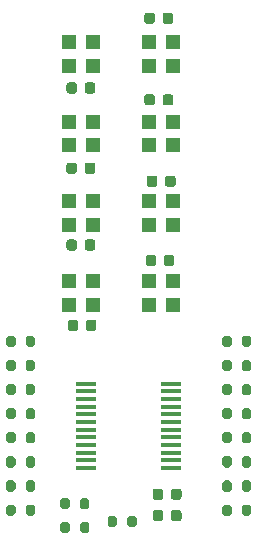
<source format=gtp>
%TF.GenerationSoftware,KiCad,Pcbnew,(5.1.12)-1*%
%TF.CreationDate,2022-08-18T12:28:12-07:00*%
%TF.ProjectId,HighPressureSensorArray,48696768-5072-4657-9373-75726553656e,rev?*%
%TF.SameCoordinates,Original*%
%TF.FileFunction,Paste,Top*%
%TF.FilePolarity,Positive*%
%FSLAX46Y46*%
G04 Gerber Fmt 4.6, Leading zero omitted, Abs format (unit mm)*
G04 Created by KiCad (PCBNEW (5.1.12)-1) date 2022-08-18 12:28:12*
%MOMM*%
%LPD*%
G01*
G04 APERTURE LIST*
%ADD10R,1.750000X0.450000*%
%ADD11R,1.300000X1.300000*%
G04 APERTURE END LIST*
G36*
G01*
X126325000Y-51550000D02*
X126325000Y-51050000D01*
G75*
G02*
X126550000Y-50825000I225000J0D01*
G01*
X127000000Y-50825000D01*
G75*
G02*
X127225000Y-51050000I0J-225000D01*
G01*
X127225000Y-51550000D01*
G75*
G02*
X127000000Y-51775000I-225000J0D01*
G01*
X126550000Y-51775000D01*
G75*
G02*
X126325000Y-51550000I0J225000D01*
G01*
G37*
G36*
G01*
X124775000Y-51550000D02*
X124775000Y-51050000D01*
G75*
G02*
X125000000Y-50825000I225000J0D01*
G01*
X125450000Y-50825000D01*
G75*
G02*
X125675000Y-51050000I0J-225000D01*
G01*
X125675000Y-51550000D01*
G75*
G02*
X125450000Y-51775000I-225000J0D01*
G01*
X125000000Y-51775000D01*
G75*
G02*
X124775000Y-51550000I0J225000D01*
G01*
G37*
G36*
G01*
X124775000Y-58350000D02*
X124775000Y-57850000D01*
G75*
G02*
X125000000Y-57625000I225000J0D01*
G01*
X125450000Y-57625000D01*
G75*
G02*
X125675000Y-57850000I0J-225000D01*
G01*
X125675000Y-58350000D01*
G75*
G02*
X125450000Y-58575000I-225000J0D01*
G01*
X125000000Y-58575000D01*
G75*
G02*
X124775000Y-58350000I0J225000D01*
G01*
G37*
G36*
G01*
X126325000Y-58350000D02*
X126325000Y-57850000D01*
G75*
G02*
X126550000Y-57625000I225000J0D01*
G01*
X127000000Y-57625000D01*
G75*
G02*
X127225000Y-57850000I0J-225000D01*
G01*
X127225000Y-58350000D01*
G75*
G02*
X127000000Y-58575000I-225000J0D01*
G01*
X126550000Y-58575000D01*
G75*
G02*
X126325000Y-58350000I0J225000D01*
G01*
G37*
G36*
G01*
X126325000Y-64850000D02*
X126325000Y-64350000D01*
G75*
G02*
X126550000Y-64125000I225000J0D01*
G01*
X127000000Y-64125000D01*
G75*
G02*
X127225000Y-64350000I0J-225000D01*
G01*
X127225000Y-64850000D01*
G75*
G02*
X127000000Y-65075000I-225000J0D01*
G01*
X126550000Y-65075000D01*
G75*
G02*
X126325000Y-64850000I0J225000D01*
G01*
G37*
G36*
G01*
X124775000Y-64850000D02*
X124775000Y-64350000D01*
G75*
G02*
X125000000Y-64125000I225000J0D01*
G01*
X125450000Y-64125000D01*
G75*
G02*
X125675000Y-64350000I0J-225000D01*
G01*
X125675000Y-64850000D01*
G75*
G02*
X125450000Y-65075000I-225000J0D01*
G01*
X125000000Y-65075000D01*
G75*
G02*
X124775000Y-64850000I0J225000D01*
G01*
G37*
G36*
G01*
X124875000Y-71650000D02*
X124875000Y-71150000D01*
G75*
G02*
X125100000Y-70925000I225000J0D01*
G01*
X125550000Y-70925000D01*
G75*
G02*
X125775000Y-71150000I0J-225000D01*
G01*
X125775000Y-71650000D01*
G75*
G02*
X125550000Y-71875000I-225000J0D01*
G01*
X125100000Y-71875000D01*
G75*
G02*
X124875000Y-71650000I0J225000D01*
G01*
G37*
G36*
G01*
X126425000Y-71650000D02*
X126425000Y-71150000D01*
G75*
G02*
X126650000Y-70925000I225000J0D01*
G01*
X127100000Y-70925000D01*
G75*
G02*
X127325000Y-71150000I0J-225000D01*
G01*
X127325000Y-71650000D01*
G75*
G02*
X127100000Y-71875000I-225000J0D01*
G01*
X126650000Y-71875000D01*
G75*
G02*
X126425000Y-71650000I0J225000D01*
G01*
G37*
G36*
G01*
X132275000Y-45150000D02*
X132275000Y-45650000D01*
G75*
G02*
X132050000Y-45875000I-225000J0D01*
G01*
X131600000Y-45875000D01*
G75*
G02*
X131375000Y-45650000I0J225000D01*
G01*
X131375000Y-45150000D01*
G75*
G02*
X131600000Y-44925000I225000J0D01*
G01*
X132050000Y-44925000D01*
G75*
G02*
X132275000Y-45150000I0J-225000D01*
G01*
G37*
G36*
G01*
X133825000Y-45150000D02*
X133825000Y-45650000D01*
G75*
G02*
X133600000Y-45875000I-225000J0D01*
G01*
X133150000Y-45875000D01*
G75*
G02*
X132925000Y-45650000I0J225000D01*
G01*
X132925000Y-45150000D01*
G75*
G02*
X133150000Y-44925000I225000J0D01*
G01*
X133600000Y-44925000D01*
G75*
G02*
X133825000Y-45150000I0J-225000D01*
G01*
G37*
G36*
G01*
X133825000Y-52050000D02*
X133825000Y-52550000D01*
G75*
G02*
X133600000Y-52775000I-225000J0D01*
G01*
X133150000Y-52775000D01*
G75*
G02*
X132925000Y-52550000I0J225000D01*
G01*
X132925000Y-52050000D01*
G75*
G02*
X133150000Y-51825000I225000J0D01*
G01*
X133600000Y-51825000D01*
G75*
G02*
X133825000Y-52050000I0J-225000D01*
G01*
G37*
G36*
G01*
X132275000Y-52050000D02*
X132275000Y-52550000D01*
G75*
G02*
X132050000Y-52775000I-225000J0D01*
G01*
X131600000Y-52775000D01*
G75*
G02*
X131375000Y-52550000I0J225000D01*
G01*
X131375000Y-52050000D01*
G75*
G02*
X131600000Y-51825000I225000J0D01*
G01*
X132050000Y-51825000D01*
G75*
G02*
X132275000Y-52050000I0J-225000D01*
G01*
G37*
G36*
G01*
X134025000Y-58950000D02*
X134025000Y-59450000D01*
G75*
G02*
X133800000Y-59675000I-225000J0D01*
G01*
X133350000Y-59675000D01*
G75*
G02*
X133125000Y-59450000I0J225000D01*
G01*
X133125000Y-58950000D01*
G75*
G02*
X133350000Y-58725000I225000J0D01*
G01*
X133800000Y-58725000D01*
G75*
G02*
X134025000Y-58950000I0J-225000D01*
G01*
G37*
G36*
G01*
X132475000Y-58950000D02*
X132475000Y-59450000D01*
G75*
G02*
X132250000Y-59675000I-225000J0D01*
G01*
X131800000Y-59675000D01*
G75*
G02*
X131575000Y-59450000I0J225000D01*
G01*
X131575000Y-58950000D01*
G75*
G02*
X131800000Y-58725000I225000J0D01*
G01*
X132250000Y-58725000D01*
G75*
G02*
X132475000Y-58950000I0J-225000D01*
G01*
G37*
G36*
G01*
X132375000Y-65650000D02*
X132375000Y-66150000D01*
G75*
G02*
X132150000Y-66375000I-225000J0D01*
G01*
X131700000Y-66375000D01*
G75*
G02*
X131475000Y-66150000I0J225000D01*
G01*
X131475000Y-65650000D01*
G75*
G02*
X131700000Y-65425000I225000J0D01*
G01*
X132150000Y-65425000D01*
G75*
G02*
X132375000Y-65650000I0J-225000D01*
G01*
G37*
G36*
G01*
X133925000Y-65650000D02*
X133925000Y-66150000D01*
G75*
G02*
X133700000Y-66375000I-225000J0D01*
G01*
X133250000Y-66375000D01*
G75*
G02*
X133025000Y-66150000I0J225000D01*
G01*
X133025000Y-65650000D01*
G75*
G02*
X133250000Y-65425000I225000J0D01*
G01*
X133700000Y-65425000D01*
G75*
G02*
X133925000Y-65650000I0J-225000D01*
G01*
G37*
G36*
G01*
X132075000Y-85950000D02*
X132075000Y-85450000D01*
G75*
G02*
X132300000Y-85225000I225000J0D01*
G01*
X132750000Y-85225000D01*
G75*
G02*
X132975000Y-85450000I0J-225000D01*
G01*
X132975000Y-85950000D01*
G75*
G02*
X132750000Y-86175000I-225000J0D01*
G01*
X132300000Y-86175000D01*
G75*
G02*
X132075000Y-85950000I0J225000D01*
G01*
G37*
G36*
G01*
X133625000Y-85950000D02*
X133625000Y-85450000D01*
G75*
G02*
X133850000Y-85225000I225000J0D01*
G01*
X134300000Y-85225000D01*
G75*
G02*
X134525000Y-85450000I0J-225000D01*
G01*
X134525000Y-85950000D01*
G75*
G02*
X134300000Y-86175000I-225000J0D01*
G01*
X133850000Y-86175000D01*
G75*
G02*
X133625000Y-85950000I0J225000D01*
G01*
G37*
G36*
G01*
X133625000Y-87750000D02*
X133625000Y-87250000D01*
G75*
G02*
X133850000Y-87025000I225000J0D01*
G01*
X134300000Y-87025000D01*
G75*
G02*
X134525000Y-87250000I0J-225000D01*
G01*
X134525000Y-87750000D01*
G75*
G02*
X134300000Y-87975000I-225000J0D01*
G01*
X133850000Y-87975000D01*
G75*
G02*
X133625000Y-87750000I0J225000D01*
G01*
G37*
G36*
G01*
X132075000Y-87750000D02*
X132075000Y-87250000D01*
G75*
G02*
X132300000Y-87025000I225000J0D01*
G01*
X132750000Y-87025000D01*
G75*
G02*
X132975000Y-87250000I0J-225000D01*
G01*
X132975000Y-87750000D01*
G75*
G02*
X132750000Y-87975000I-225000J0D01*
G01*
X132300000Y-87975000D01*
G75*
G02*
X132075000Y-87750000I0J225000D01*
G01*
G37*
G36*
G01*
X138775000Y-74522958D02*
X138775000Y-75072958D01*
G75*
G02*
X138575000Y-75272958I-200000J0D01*
G01*
X138175000Y-75272958D01*
G75*
G02*
X137975000Y-75072958I0J200000D01*
G01*
X137975000Y-74522958D01*
G75*
G02*
X138175000Y-74322958I200000J0D01*
G01*
X138575000Y-74322958D01*
G75*
G02*
X138775000Y-74522958I0J-200000D01*
G01*
G37*
G36*
G01*
X140425000Y-74522958D02*
X140425000Y-75072958D01*
G75*
G02*
X140225000Y-75272958I-200000J0D01*
G01*
X139825000Y-75272958D01*
G75*
G02*
X139625000Y-75072958I0J200000D01*
G01*
X139625000Y-74522958D01*
G75*
G02*
X139825000Y-74322958I200000J0D01*
G01*
X140225000Y-74322958D01*
G75*
G02*
X140425000Y-74522958I0J-200000D01*
G01*
G37*
G36*
G01*
X140425000Y-72482142D02*
X140425000Y-73032142D01*
G75*
G02*
X140225000Y-73232142I-200000J0D01*
G01*
X139825000Y-73232142D01*
G75*
G02*
X139625000Y-73032142I0J200000D01*
G01*
X139625000Y-72482142D01*
G75*
G02*
X139825000Y-72282142I200000J0D01*
G01*
X140225000Y-72282142D01*
G75*
G02*
X140425000Y-72482142I0J-200000D01*
G01*
G37*
G36*
G01*
X138775000Y-72482142D02*
X138775000Y-73032142D01*
G75*
G02*
X138575000Y-73232142I-200000J0D01*
G01*
X138175000Y-73232142D01*
G75*
G02*
X137975000Y-73032142I0J200000D01*
G01*
X137975000Y-72482142D01*
G75*
G02*
X138175000Y-72282142I200000J0D01*
G01*
X138575000Y-72282142D01*
G75*
G02*
X138775000Y-72482142I0J-200000D01*
G01*
G37*
G36*
G01*
X140425000Y-78604590D02*
X140425000Y-79154590D01*
G75*
G02*
X140225000Y-79354590I-200000J0D01*
G01*
X139825000Y-79354590D01*
G75*
G02*
X139625000Y-79154590I0J200000D01*
G01*
X139625000Y-78604590D01*
G75*
G02*
X139825000Y-78404590I200000J0D01*
G01*
X140225000Y-78404590D01*
G75*
G02*
X140425000Y-78604590I0J-200000D01*
G01*
G37*
G36*
G01*
X138775000Y-78604590D02*
X138775000Y-79154590D01*
G75*
G02*
X138575000Y-79354590I-200000J0D01*
G01*
X138175000Y-79354590D01*
G75*
G02*
X137975000Y-79154590I0J200000D01*
G01*
X137975000Y-78604590D01*
G75*
G02*
X138175000Y-78404590I200000J0D01*
G01*
X138575000Y-78404590D01*
G75*
G02*
X138775000Y-78604590I0J-200000D01*
G01*
G37*
G36*
G01*
X138775000Y-76563774D02*
X138775000Y-77113774D01*
G75*
G02*
X138575000Y-77313774I-200000J0D01*
G01*
X138175000Y-77313774D01*
G75*
G02*
X137975000Y-77113774I0J200000D01*
G01*
X137975000Y-76563774D01*
G75*
G02*
X138175000Y-76363774I200000J0D01*
G01*
X138575000Y-76363774D01*
G75*
G02*
X138775000Y-76563774I0J-200000D01*
G01*
G37*
G36*
G01*
X140425000Y-76563774D02*
X140425000Y-77113774D01*
G75*
G02*
X140225000Y-77313774I-200000J0D01*
G01*
X139825000Y-77313774D01*
G75*
G02*
X139625000Y-77113774I0J200000D01*
G01*
X139625000Y-76563774D01*
G75*
G02*
X139825000Y-76363774I200000J0D01*
G01*
X140225000Y-76363774D01*
G75*
G02*
X140425000Y-76563774I0J-200000D01*
G01*
G37*
G36*
G01*
X138775000Y-82686222D02*
X138775000Y-83236222D01*
G75*
G02*
X138575000Y-83436222I-200000J0D01*
G01*
X138175000Y-83436222D01*
G75*
G02*
X137975000Y-83236222I0J200000D01*
G01*
X137975000Y-82686222D01*
G75*
G02*
X138175000Y-82486222I200000J0D01*
G01*
X138575000Y-82486222D01*
G75*
G02*
X138775000Y-82686222I0J-200000D01*
G01*
G37*
G36*
G01*
X140425000Y-82686222D02*
X140425000Y-83236222D01*
G75*
G02*
X140225000Y-83436222I-200000J0D01*
G01*
X139825000Y-83436222D01*
G75*
G02*
X139625000Y-83236222I0J200000D01*
G01*
X139625000Y-82686222D01*
G75*
G02*
X139825000Y-82486222I200000J0D01*
G01*
X140225000Y-82486222D01*
G75*
G02*
X140425000Y-82686222I0J-200000D01*
G01*
G37*
G36*
G01*
X140425000Y-80645406D02*
X140425000Y-81195406D01*
G75*
G02*
X140225000Y-81395406I-200000J0D01*
G01*
X139825000Y-81395406D01*
G75*
G02*
X139625000Y-81195406I0J200000D01*
G01*
X139625000Y-80645406D01*
G75*
G02*
X139825000Y-80445406I200000J0D01*
G01*
X140225000Y-80445406D01*
G75*
G02*
X140425000Y-80645406I0J-200000D01*
G01*
G37*
G36*
G01*
X138775000Y-80645406D02*
X138775000Y-81195406D01*
G75*
G02*
X138575000Y-81395406I-200000J0D01*
G01*
X138175000Y-81395406D01*
G75*
G02*
X137975000Y-81195406I0J200000D01*
G01*
X137975000Y-80645406D01*
G75*
G02*
X138175000Y-80445406I200000J0D01*
G01*
X138575000Y-80445406D01*
G75*
G02*
X138775000Y-80645406I0J-200000D01*
G01*
G37*
G36*
G01*
X140425000Y-86767857D02*
X140425000Y-87317857D01*
G75*
G02*
X140225000Y-87517857I-200000J0D01*
G01*
X139825000Y-87517857D01*
G75*
G02*
X139625000Y-87317857I0J200000D01*
G01*
X139625000Y-86767857D01*
G75*
G02*
X139825000Y-86567857I200000J0D01*
G01*
X140225000Y-86567857D01*
G75*
G02*
X140425000Y-86767857I0J-200000D01*
G01*
G37*
G36*
G01*
X138775000Y-86767857D02*
X138775000Y-87317857D01*
G75*
G02*
X138575000Y-87517857I-200000J0D01*
G01*
X138175000Y-87517857D01*
G75*
G02*
X137975000Y-87317857I0J200000D01*
G01*
X137975000Y-86767857D01*
G75*
G02*
X138175000Y-86567857I200000J0D01*
G01*
X138575000Y-86567857D01*
G75*
G02*
X138775000Y-86767857I0J-200000D01*
G01*
G37*
G36*
G01*
X138775000Y-84727038D02*
X138775000Y-85277038D01*
G75*
G02*
X138575000Y-85477038I-200000J0D01*
G01*
X138175000Y-85477038D01*
G75*
G02*
X137975000Y-85277038I0J200000D01*
G01*
X137975000Y-84727038D01*
G75*
G02*
X138175000Y-84527038I200000J0D01*
G01*
X138575000Y-84527038D01*
G75*
G02*
X138775000Y-84727038I0J-200000D01*
G01*
G37*
G36*
G01*
X140425000Y-84727038D02*
X140425000Y-85277038D01*
G75*
G02*
X140225000Y-85477038I-200000J0D01*
G01*
X139825000Y-85477038D01*
G75*
G02*
X139625000Y-85277038I0J200000D01*
G01*
X139625000Y-84727038D01*
G75*
G02*
X139825000Y-84527038I200000J0D01*
G01*
X140225000Y-84527038D01*
G75*
G02*
X140425000Y-84727038I0J-200000D01*
G01*
G37*
G36*
G01*
X119675000Y-85276016D02*
X119675000Y-84726016D01*
G75*
G02*
X119875000Y-84526016I200000J0D01*
G01*
X120275000Y-84526016D01*
G75*
G02*
X120475000Y-84726016I0J-200000D01*
G01*
X120475000Y-85276016D01*
G75*
G02*
X120275000Y-85476016I-200000J0D01*
G01*
X119875000Y-85476016D01*
G75*
G02*
X119675000Y-85276016I0J200000D01*
G01*
G37*
G36*
G01*
X121325000Y-85276016D02*
X121325000Y-84726016D01*
G75*
G02*
X121525000Y-84526016I200000J0D01*
G01*
X121925000Y-84526016D01*
G75*
G02*
X122125000Y-84726016I0J-200000D01*
G01*
X122125000Y-85276016D01*
G75*
G02*
X121925000Y-85476016I-200000J0D01*
G01*
X121525000Y-85476016D01*
G75*
G02*
X121325000Y-85276016I0J200000D01*
G01*
G37*
G36*
G01*
X119675000Y-87317857D02*
X119675000Y-86767857D01*
G75*
G02*
X119875000Y-86567857I200000J0D01*
G01*
X120275000Y-86567857D01*
G75*
G02*
X120475000Y-86767857I0J-200000D01*
G01*
X120475000Y-87317857D01*
G75*
G02*
X120275000Y-87517857I-200000J0D01*
G01*
X119875000Y-87517857D01*
G75*
G02*
X119675000Y-87317857I0J200000D01*
G01*
G37*
G36*
G01*
X121325000Y-87317857D02*
X121325000Y-86767857D01*
G75*
G02*
X121525000Y-86567857I200000J0D01*
G01*
X121925000Y-86567857D01*
G75*
G02*
X122125000Y-86767857I0J-200000D01*
G01*
X122125000Y-87317857D01*
G75*
G02*
X121925000Y-87517857I-200000J0D01*
G01*
X121525000Y-87517857D01*
G75*
G02*
X121325000Y-87317857I0J200000D01*
G01*
G37*
G36*
G01*
X119675000Y-81192344D02*
X119675000Y-80642344D01*
G75*
G02*
X119875000Y-80442344I200000J0D01*
G01*
X120275000Y-80442344D01*
G75*
G02*
X120475000Y-80642344I0J-200000D01*
G01*
X120475000Y-81192344D01*
G75*
G02*
X120275000Y-81392344I-200000J0D01*
G01*
X119875000Y-81392344D01*
G75*
G02*
X119675000Y-81192344I0J200000D01*
G01*
G37*
G36*
G01*
X121325000Y-81192344D02*
X121325000Y-80642344D01*
G75*
G02*
X121525000Y-80442344I200000J0D01*
G01*
X121925000Y-80442344D01*
G75*
G02*
X122125000Y-80642344I0J-200000D01*
G01*
X122125000Y-81192344D01*
G75*
G02*
X121925000Y-81392344I-200000J0D01*
G01*
X121525000Y-81392344D01*
G75*
G02*
X121325000Y-81192344I0J200000D01*
G01*
G37*
G36*
G01*
X121325000Y-83234180D02*
X121325000Y-82684180D01*
G75*
G02*
X121525000Y-82484180I200000J0D01*
G01*
X121925000Y-82484180D01*
G75*
G02*
X122125000Y-82684180I0J-200000D01*
G01*
X122125000Y-83234180D01*
G75*
G02*
X121925000Y-83434180I-200000J0D01*
G01*
X121525000Y-83434180D01*
G75*
G02*
X121325000Y-83234180I0J200000D01*
G01*
G37*
G36*
G01*
X119675000Y-83234180D02*
X119675000Y-82684180D01*
G75*
G02*
X119875000Y-82484180I200000J0D01*
G01*
X120275000Y-82484180D01*
G75*
G02*
X120475000Y-82684180I0J-200000D01*
G01*
X120475000Y-83234180D01*
G75*
G02*
X120275000Y-83434180I-200000J0D01*
G01*
X119875000Y-83434180D01*
G75*
G02*
X119675000Y-83234180I0J200000D01*
G01*
G37*
G36*
G01*
X119675000Y-77108672D02*
X119675000Y-76558672D01*
G75*
G02*
X119875000Y-76358672I200000J0D01*
G01*
X120275000Y-76358672D01*
G75*
G02*
X120475000Y-76558672I0J-200000D01*
G01*
X120475000Y-77108672D01*
G75*
G02*
X120275000Y-77308672I-200000J0D01*
G01*
X119875000Y-77308672D01*
G75*
G02*
X119675000Y-77108672I0J200000D01*
G01*
G37*
G36*
G01*
X121325000Y-77108672D02*
X121325000Y-76558672D01*
G75*
G02*
X121525000Y-76358672I200000J0D01*
G01*
X121925000Y-76358672D01*
G75*
G02*
X122125000Y-76558672I0J-200000D01*
G01*
X122125000Y-77108672D01*
G75*
G02*
X121925000Y-77308672I-200000J0D01*
G01*
X121525000Y-77308672D01*
G75*
G02*
X121325000Y-77108672I0J200000D01*
G01*
G37*
G36*
G01*
X121325000Y-79150508D02*
X121325000Y-78600508D01*
G75*
G02*
X121525000Y-78400508I200000J0D01*
G01*
X121925000Y-78400508D01*
G75*
G02*
X122125000Y-78600508I0J-200000D01*
G01*
X122125000Y-79150508D01*
G75*
G02*
X121925000Y-79350508I-200000J0D01*
G01*
X121525000Y-79350508D01*
G75*
G02*
X121325000Y-79150508I0J200000D01*
G01*
G37*
G36*
G01*
X119675000Y-79150508D02*
X119675000Y-78600508D01*
G75*
G02*
X119875000Y-78400508I200000J0D01*
G01*
X120275000Y-78400508D01*
G75*
G02*
X120475000Y-78600508I0J-200000D01*
G01*
X120475000Y-79150508D01*
G75*
G02*
X120275000Y-79350508I-200000J0D01*
G01*
X119875000Y-79350508D01*
G75*
G02*
X119675000Y-79150508I0J200000D01*
G01*
G37*
G36*
G01*
X119675000Y-73025000D02*
X119675000Y-72475000D01*
G75*
G02*
X119875000Y-72275000I200000J0D01*
G01*
X120275000Y-72275000D01*
G75*
G02*
X120475000Y-72475000I0J-200000D01*
G01*
X120475000Y-73025000D01*
G75*
G02*
X120275000Y-73225000I-200000J0D01*
G01*
X119875000Y-73225000D01*
G75*
G02*
X119675000Y-73025000I0J200000D01*
G01*
G37*
G36*
G01*
X121325000Y-73025000D02*
X121325000Y-72475000D01*
G75*
G02*
X121525000Y-72275000I200000J0D01*
G01*
X121925000Y-72275000D01*
G75*
G02*
X122125000Y-72475000I0J-200000D01*
G01*
X122125000Y-73025000D01*
G75*
G02*
X121925000Y-73225000I-200000J0D01*
G01*
X121525000Y-73225000D01*
G75*
G02*
X121325000Y-73025000I0J200000D01*
G01*
G37*
G36*
G01*
X121325000Y-75066836D02*
X121325000Y-74516836D01*
G75*
G02*
X121525000Y-74316836I200000J0D01*
G01*
X121925000Y-74316836D01*
G75*
G02*
X122125000Y-74516836I0J-200000D01*
G01*
X122125000Y-75066836D01*
G75*
G02*
X121925000Y-75266836I-200000J0D01*
G01*
X121525000Y-75266836D01*
G75*
G02*
X121325000Y-75066836I0J200000D01*
G01*
G37*
G36*
G01*
X119675000Y-75066836D02*
X119675000Y-74516836D01*
G75*
G02*
X119875000Y-74316836I200000J0D01*
G01*
X120275000Y-74316836D01*
G75*
G02*
X120475000Y-74516836I0J-200000D01*
G01*
X120475000Y-75066836D01*
G75*
G02*
X120275000Y-75266836I-200000J0D01*
G01*
X119875000Y-75266836D01*
G75*
G02*
X119675000Y-75066836I0J200000D01*
G01*
G37*
G36*
G01*
X126725000Y-88225000D02*
X126725000Y-88775000D01*
G75*
G02*
X126525000Y-88975000I-200000J0D01*
G01*
X126125000Y-88975000D01*
G75*
G02*
X125925000Y-88775000I0J200000D01*
G01*
X125925000Y-88225000D01*
G75*
G02*
X126125000Y-88025000I200000J0D01*
G01*
X126525000Y-88025000D01*
G75*
G02*
X126725000Y-88225000I0J-200000D01*
G01*
G37*
G36*
G01*
X125075000Y-88225000D02*
X125075000Y-88775000D01*
G75*
G02*
X124875000Y-88975000I-200000J0D01*
G01*
X124475000Y-88975000D01*
G75*
G02*
X124275000Y-88775000I0J200000D01*
G01*
X124275000Y-88225000D01*
G75*
G02*
X124475000Y-88025000I200000J0D01*
G01*
X124875000Y-88025000D01*
G75*
G02*
X125075000Y-88225000I0J-200000D01*
G01*
G37*
G36*
G01*
X125075000Y-86225000D02*
X125075000Y-86775000D01*
G75*
G02*
X124875000Y-86975000I-200000J0D01*
G01*
X124475000Y-86975000D01*
G75*
G02*
X124275000Y-86775000I0J200000D01*
G01*
X124275000Y-86225000D01*
G75*
G02*
X124475000Y-86025000I200000J0D01*
G01*
X124875000Y-86025000D01*
G75*
G02*
X125075000Y-86225000I0J-200000D01*
G01*
G37*
G36*
G01*
X126725000Y-86225000D02*
X126725000Y-86775000D01*
G75*
G02*
X126525000Y-86975000I-200000J0D01*
G01*
X126125000Y-86975000D01*
G75*
G02*
X125925000Y-86775000I0J200000D01*
G01*
X125925000Y-86225000D01*
G75*
G02*
X126125000Y-86025000I200000J0D01*
G01*
X126525000Y-86025000D01*
G75*
G02*
X126725000Y-86225000I0J-200000D01*
G01*
G37*
G36*
G01*
X129075000Y-87725000D02*
X129075000Y-88275000D01*
G75*
G02*
X128875000Y-88475000I-200000J0D01*
G01*
X128475000Y-88475000D01*
G75*
G02*
X128275000Y-88275000I0J200000D01*
G01*
X128275000Y-87725000D01*
G75*
G02*
X128475000Y-87525000I200000J0D01*
G01*
X128875000Y-87525000D01*
G75*
G02*
X129075000Y-87725000I0J-200000D01*
G01*
G37*
G36*
G01*
X130725000Y-87725000D02*
X130725000Y-88275000D01*
G75*
G02*
X130525000Y-88475000I-200000J0D01*
G01*
X130125000Y-88475000D01*
G75*
G02*
X129925000Y-88275000I0J200000D01*
G01*
X129925000Y-87725000D01*
G75*
G02*
X130125000Y-87525000I200000J0D01*
G01*
X130525000Y-87525000D01*
G75*
G02*
X130725000Y-87725000I0J-200000D01*
G01*
G37*
D10*
X133600000Y-83475000D03*
X133600000Y-82825000D03*
X133600000Y-82175000D03*
X133600000Y-81525000D03*
X133600000Y-80875000D03*
X133600000Y-80225000D03*
X133600000Y-79575000D03*
X133600000Y-78925000D03*
X133600000Y-78275000D03*
X133600000Y-77625000D03*
X133600000Y-76975000D03*
X133600000Y-76325000D03*
X126400000Y-76325000D03*
X126400000Y-76975000D03*
X126400000Y-77625000D03*
X126400000Y-78275000D03*
X126400000Y-78925000D03*
X126400000Y-79575000D03*
X126400000Y-80225000D03*
X126400000Y-80875000D03*
X126400000Y-81525000D03*
X126400000Y-82175000D03*
X126400000Y-82825000D03*
X126400000Y-83475000D03*
D11*
X133762600Y-67650400D03*
X133762600Y-69650400D03*
X131762600Y-67650400D03*
X131762600Y-69650400D03*
X133762600Y-60900400D03*
X133762600Y-62900400D03*
X131762600Y-60900400D03*
X131762600Y-62900400D03*
X133762600Y-54150400D03*
X133762600Y-56150400D03*
X131762600Y-54150400D03*
X131762600Y-56150400D03*
X131762600Y-49400400D03*
X131762600Y-47400400D03*
X133762600Y-49400400D03*
X133762600Y-47400400D03*
X125012600Y-49400400D03*
X125012600Y-47400400D03*
X127012600Y-49400400D03*
X127012600Y-47400400D03*
X127012600Y-54150400D03*
X127012600Y-56150400D03*
X125012600Y-54150400D03*
X125012600Y-56150400D03*
X125012600Y-62900400D03*
X125012600Y-60900400D03*
X127012600Y-62900400D03*
X127012600Y-60900400D03*
X125012600Y-69650400D03*
X125012600Y-67650400D03*
X127012600Y-69650400D03*
X127012600Y-67650400D03*
M02*

</source>
